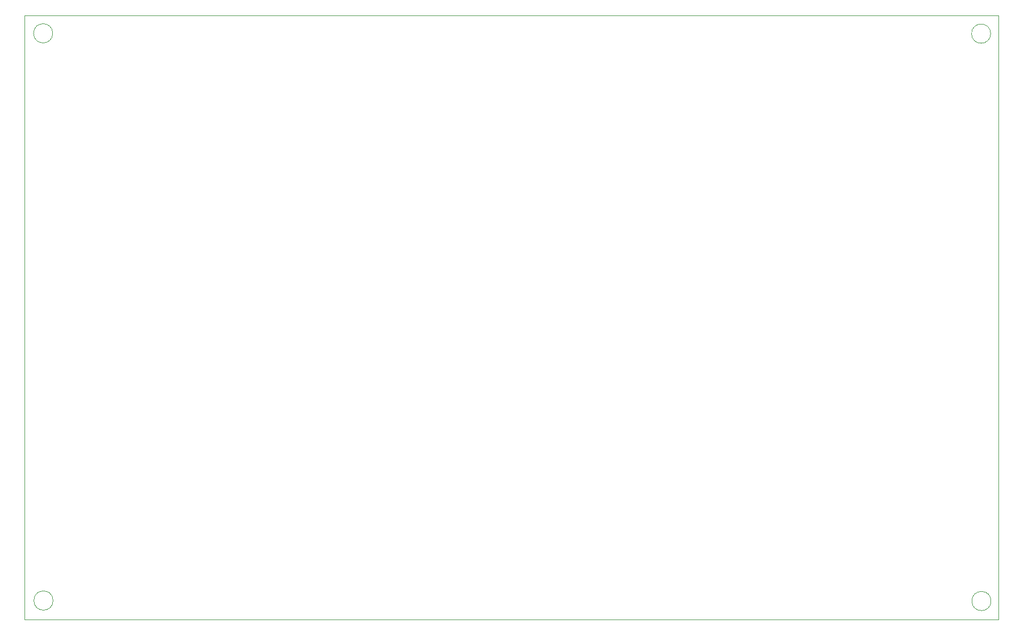
<source format=gbr>
%TF.GenerationSoftware,KiCad,Pcbnew,6.0.2+dfsg-1*%
%TF.CreationDate,2023-04-29T01:12:18-04:00*%
%TF.ProjectId,BFUSB_HUB,42465553-425f-4485-9542-2e6b69636164,rev?*%
%TF.SameCoordinates,Original*%
%TF.FileFunction,Other,ECO1*%
%FSLAX46Y46*%
G04 Gerber Fmt 4.6, Leading zero omitted, Abs format (unit mm)*
G04 Created by KiCad (PCBNEW 6.0.2+dfsg-1) date 2023-04-29 01:12:18*
%MOMM*%
%LPD*%
G01*
G04 APERTURE LIST*
%TA.AperFunction,Profile*%
%ADD10C,0.100000*%
%TD*%
G04 APERTURE END LIST*
D10*
X71170000Y-15400000D02*
X225860000Y-15400000D01*
X225860000Y-15400000D02*
X225860000Y-111370000D01*
X225860000Y-111370000D02*
X71170000Y-111370000D01*
X71170000Y-111370000D02*
X71170000Y-15400000D01*
X224595691Y-18325000D02*
G75*
G03*
X224595691Y-18325000I-1520691J0D01*
G01*
X224648975Y-108425000D02*
G75*
G03*
X224648975Y-108425000I-1523975J0D01*
G01*
X75676843Y-108350000D02*
G75*
G03*
X75676843Y-108350000I-1526843J0D01*
G01*
X75620691Y-18275000D02*
G75*
G03*
X75620691Y-18275000I-1520691J0D01*
G01*
M02*

</source>
